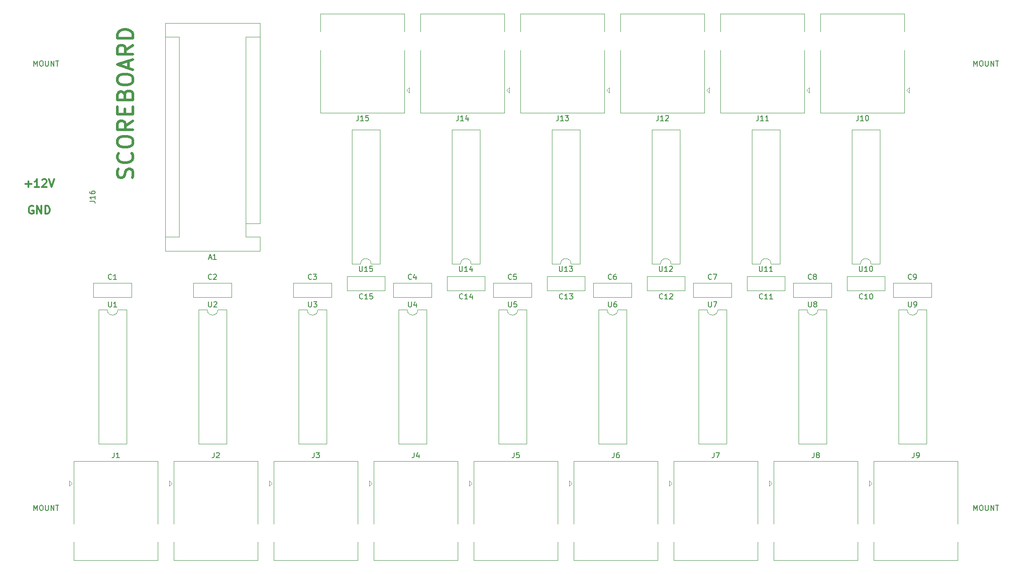
<source format=gbr>
%TF.GenerationSoftware,KiCad,Pcbnew,(5.1.10)-1*%
%TF.CreationDate,2021-12-15T14:13:15+00:00*%
%TF.ProjectId,SCOREBOARD,53434f52-4542-44f4-9152-442e6b696361,rev?*%
%TF.SameCoordinates,Original*%
%TF.FileFunction,Legend,Top*%
%TF.FilePolarity,Positive*%
%FSLAX46Y46*%
G04 Gerber Fmt 4.6, Leading zero omitted, Abs format (unit mm)*
G04 Created by KiCad (PCBNEW (5.1.10)-1) date 2021-12-15 14:13:15*
%MOMM*%
%LPD*%
G01*
G04 APERTURE LIST*
%ADD10C,0.375000*%
%ADD11C,0.500000*%
%ADD12C,0.120000*%
%ADD13C,0.150000*%
G04 APERTURE END LIST*
D10*
X31877142Y-145300000D02*
X31734285Y-145228571D01*
X31520000Y-145228571D01*
X31305714Y-145300000D01*
X31162857Y-145442857D01*
X31091428Y-145585714D01*
X31020000Y-145871428D01*
X31020000Y-146085714D01*
X31091428Y-146371428D01*
X31162857Y-146514285D01*
X31305714Y-146657142D01*
X31520000Y-146728571D01*
X31662857Y-146728571D01*
X31877142Y-146657142D01*
X31948571Y-146585714D01*
X31948571Y-146085714D01*
X31662857Y-146085714D01*
X32591428Y-146728571D02*
X32591428Y-145228571D01*
X33448571Y-146728571D01*
X33448571Y-145228571D01*
X34162857Y-146728571D02*
X34162857Y-145228571D01*
X34520000Y-145228571D01*
X34734285Y-145300000D01*
X34877142Y-145442857D01*
X34948571Y-145585714D01*
X35020000Y-145871428D01*
X35020000Y-146085714D01*
X34948571Y-146371428D01*
X34877142Y-146514285D01*
X34734285Y-146657142D01*
X34520000Y-146728571D01*
X34162857Y-146728571D01*
X30377142Y-141077142D02*
X31520000Y-141077142D01*
X30948571Y-141648571D02*
X30948571Y-140505714D01*
X33020000Y-141648571D02*
X32162857Y-141648571D01*
X32591428Y-141648571D02*
X32591428Y-140148571D01*
X32448571Y-140362857D01*
X32305714Y-140505714D01*
X32162857Y-140577142D01*
X33591428Y-140291428D02*
X33662857Y-140220000D01*
X33805714Y-140148571D01*
X34162857Y-140148571D01*
X34305714Y-140220000D01*
X34377142Y-140291428D01*
X34448571Y-140434285D01*
X34448571Y-140577142D01*
X34377142Y-140791428D01*
X33520000Y-141648571D01*
X34448571Y-141648571D01*
X34877142Y-140148571D02*
X35377142Y-141648571D01*
X35877142Y-140148571D01*
D11*
X50744285Y-139872857D02*
X50887142Y-139444285D01*
X50887142Y-138730000D01*
X50744285Y-138444285D01*
X50601428Y-138301428D01*
X50315714Y-138158571D01*
X50030000Y-138158571D01*
X49744285Y-138301428D01*
X49601428Y-138444285D01*
X49458571Y-138730000D01*
X49315714Y-139301428D01*
X49172857Y-139587142D01*
X49030000Y-139730000D01*
X48744285Y-139872857D01*
X48458571Y-139872857D01*
X48172857Y-139730000D01*
X48030000Y-139587142D01*
X47887142Y-139301428D01*
X47887142Y-138587142D01*
X48030000Y-138158571D01*
X50601428Y-135158571D02*
X50744285Y-135301428D01*
X50887142Y-135730000D01*
X50887142Y-136015714D01*
X50744285Y-136444285D01*
X50458571Y-136730000D01*
X50172857Y-136872857D01*
X49601428Y-137015714D01*
X49172857Y-137015714D01*
X48601428Y-136872857D01*
X48315714Y-136730000D01*
X48030000Y-136444285D01*
X47887142Y-136015714D01*
X47887142Y-135730000D01*
X48030000Y-135301428D01*
X48172857Y-135158571D01*
X47887142Y-133301428D02*
X47887142Y-132730000D01*
X48030000Y-132444285D01*
X48315714Y-132158571D01*
X48887142Y-132015714D01*
X49887142Y-132015714D01*
X50458571Y-132158571D01*
X50744285Y-132444285D01*
X50887142Y-132730000D01*
X50887142Y-133301428D01*
X50744285Y-133587142D01*
X50458571Y-133872857D01*
X49887142Y-134015714D01*
X48887142Y-134015714D01*
X48315714Y-133872857D01*
X48030000Y-133587142D01*
X47887142Y-133301428D01*
X50887142Y-129015714D02*
X49458571Y-130015714D01*
X50887142Y-130730000D02*
X47887142Y-130730000D01*
X47887142Y-129587142D01*
X48030000Y-129301428D01*
X48172857Y-129158571D01*
X48458571Y-129015714D01*
X48887142Y-129015714D01*
X49172857Y-129158571D01*
X49315714Y-129301428D01*
X49458571Y-129587142D01*
X49458571Y-130730000D01*
X49315714Y-127730000D02*
X49315714Y-126730000D01*
X50887142Y-126301428D02*
X50887142Y-127730000D01*
X47887142Y-127730000D01*
X47887142Y-126301428D01*
X49315714Y-124015714D02*
X49458571Y-123587142D01*
X49601428Y-123444285D01*
X49887142Y-123301428D01*
X50315714Y-123301428D01*
X50601428Y-123444285D01*
X50744285Y-123587142D01*
X50887142Y-123872857D01*
X50887142Y-125015714D01*
X47887142Y-125015714D01*
X47887142Y-124015714D01*
X48030000Y-123730000D01*
X48172857Y-123587142D01*
X48458571Y-123444285D01*
X48744285Y-123444285D01*
X49030000Y-123587142D01*
X49172857Y-123730000D01*
X49315714Y-124015714D01*
X49315714Y-125015714D01*
X47887142Y-121444285D02*
X47887142Y-120872857D01*
X48030000Y-120587142D01*
X48315714Y-120301428D01*
X48887142Y-120158571D01*
X49887142Y-120158571D01*
X50458571Y-120301428D01*
X50744285Y-120587142D01*
X50887142Y-120872857D01*
X50887142Y-121444285D01*
X50744285Y-121730000D01*
X50458571Y-122015714D01*
X49887142Y-122158571D01*
X48887142Y-122158571D01*
X48315714Y-122015714D01*
X48030000Y-121730000D01*
X47887142Y-121444285D01*
X50030000Y-119015714D02*
X50030000Y-117587142D01*
X50887142Y-119301428D02*
X47887142Y-118301428D01*
X50887142Y-117301428D01*
X50887142Y-114587142D02*
X49458571Y-115587142D01*
X50887142Y-116301428D02*
X47887142Y-116301428D01*
X47887142Y-115158571D01*
X48030000Y-114872857D01*
X48172857Y-114730000D01*
X48458571Y-114587142D01*
X48887142Y-114587142D01*
X49172857Y-114730000D01*
X49315714Y-114872857D01*
X49458571Y-115158571D01*
X49458571Y-116301428D01*
X50887142Y-113301428D02*
X47887142Y-113301428D01*
X47887142Y-112587142D01*
X48030000Y-112158571D01*
X48315714Y-111872857D01*
X48601428Y-111730000D01*
X49172857Y-111587142D01*
X49601428Y-111587142D01*
X50172857Y-111730000D01*
X50458571Y-111872857D01*
X50744285Y-112158571D01*
X50887142Y-112587142D01*
X50887142Y-113301428D01*
D12*
%TO.C,U15*%
X96250000Y-156270000D02*
X97900000Y-156270000D01*
X97900000Y-156270000D02*
X97900000Y-130750000D01*
X97900000Y-130750000D02*
X92600000Y-130750000D01*
X92600000Y-130750000D02*
X92600000Y-156270000D01*
X92600000Y-156270000D02*
X94250000Y-156270000D01*
X94250000Y-156270000D02*
G75*
G02*
X96250000Y-156270000I1000000J0D01*
G01*
%TO.C,U14*%
X115300000Y-156270000D02*
X116950000Y-156270000D01*
X116950000Y-156270000D02*
X116950000Y-130750000D01*
X116950000Y-130750000D02*
X111650000Y-130750000D01*
X111650000Y-130750000D02*
X111650000Y-156270000D01*
X111650000Y-156270000D02*
X113300000Y-156270000D01*
X113300000Y-156270000D02*
G75*
G02*
X115300000Y-156270000I1000000J0D01*
G01*
%TO.C,U13*%
X134350000Y-156270000D02*
X136000000Y-156270000D01*
X136000000Y-156270000D02*
X136000000Y-130750000D01*
X136000000Y-130750000D02*
X130700000Y-130750000D01*
X130700000Y-130750000D02*
X130700000Y-156270000D01*
X130700000Y-156270000D02*
X132350000Y-156270000D01*
X132350000Y-156270000D02*
G75*
G02*
X134350000Y-156270000I1000000J0D01*
G01*
%TO.C,U12*%
X153400000Y-156270000D02*
X155050000Y-156270000D01*
X155050000Y-156270000D02*
X155050000Y-130750000D01*
X155050000Y-130750000D02*
X149750000Y-130750000D01*
X149750000Y-130750000D02*
X149750000Y-156270000D01*
X149750000Y-156270000D02*
X151400000Y-156270000D01*
X151400000Y-156270000D02*
G75*
G02*
X153400000Y-156270000I1000000J0D01*
G01*
%TO.C,U11*%
X172450000Y-156270000D02*
X174100000Y-156270000D01*
X174100000Y-156270000D02*
X174100000Y-130750000D01*
X174100000Y-130750000D02*
X168800000Y-130750000D01*
X168800000Y-130750000D02*
X168800000Y-156270000D01*
X168800000Y-156270000D02*
X170450000Y-156270000D01*
X170450000Y-156270000D02*
G75*
G02*
X172450000Y-156270000I1000000J0D01*
G01*
%TO.C,U10*%
X191500000Y-156270000D02*
X193150000Y-156270000D01*
X193150000Y-156270000D02*
X193150000Y-130750000D01*
X193150000Y-130750000D02*
X187850000Y-130750000D01*
X187850000Y-130750000D02*
X187850000Y-156270000D01*
X187850000Y-156270000D02*
X189500000Y-156270000D01*
X189500000Y-156270000D02*
G75*
G02*
X191500000Y-156270000I1000000J0D01*
G01*
%TO.C,U9*%
X198390000Y-165040000D02*
X196740000Y-165040000D01*
X196740000Y-165040000D02*
X196740000Y-190560000D01*
X196740000Y-190560000D02*
X202040000Y-190560000D01*
X202040000Y-190560000D02*
X202040000Y-165040000D01*
X202040000Y-165040000D02*
X200390000Y-165040000D01*
X200390000Y-165040000D02*
G75*
G02*
X198390000Y-165040000I-1000000J0D01*
G01*
%TO.C,U8*%
X179340000Y-165040000D02*
X177690000Y-165040000D01*
X177690000Y-165040000D02*
X177690000Y-190560000D01*
X177690000Y-190560000D02*
X182990000Y-190560000D01*
X182990000Y-190560000D02*
X182990000Y-165040000D01*
X182990000Y-165040000D02*
X181340000Y-165040000D01*
X181340000Y-165040000D02*
G75*
G02*
X179340000Y-165040000I-1000000J0D01*
G01*
%TO.C,U7*%
X160290000Y-165040000D02*
X158640000Y-165040000D01*
X158640000Y-165040000D02*
X158640000Y-190560000D01*
X158640000Y-190560000D02*
X163940000Y-190560000D01*
X163940000Y-190560000D02*
X163940000Y-165040000D01*
X163940000Y-165040000D02*
X162290000Y-165040000D01*
X162290000Y-165040000D02*
G75*
G02*
X160290000Y-165040000I-1000000J0D01*
G01*
%TO.C,U6*%
X141240000Y-165040000D02*
X139590000Y-165040000D01*
X139590000Y-165040000D02*
X139590000Y-190560000D01*
X139590000Y-190560000D02*
X144890000Y-190560000D01*
X144890000Y-190560000D02*
X144890000Y-165040000D01*
X144890000Y-165040000D02*
X143240000Y-165040000D01*
X143240000Y-165040000D02*
G75*
G02*
X141240000Y-165040000I-1000000J0D01*
G01*
%TO.C,U5*%
X122190000Y-165040000D02*
X120540000Y-165040000D01*
X120540000Y-165040000D02*
X120540000Y-190560000D01*
X120540000Y-190560000D02*
X125840000Y-190560000D01*
X125840000Y-190560000D02*
X125840000Y-165040000D01*
X125840000Y-165040000D02*
X124190000Y-165040000D01*
X124190000Y-165040000D02*
G75*
G02*
X122190000Y-165040000I-1000000J0D01*
G01*
%TO.C,U4*%
X103140000Y-165040000D02*
X101490000Y-165040000D01*
X101490000Y-165040000D02*
X101490000Y-190560000D01*
X101490000Y-190560000D02*
X106790000Y-190560000D01*
X106790000Y-190560000D02*
X106790000Y-165040000D01*
X106790000Y-165040000D02*
X105140000Y-165040000D01*
X105140000Y-165040000D02*
G75*
G02*
X103140000Y-165040000I-1000000J0D01*
G01*
%TO.C,U3*%
X84090000Y-165040000D02*
X82440000Y-165040000D01*
X82440000Y-165040000D02*
X82440000Y-190560000D01*
X82440000Y-190560000D02*
X87740000Y-190560000D01*
X87740000Y-190560000D02*
X87740000Y-165040000D01*
X87740000Y-165040000D02*
X86090000Y-165040000D01*
X86090000Y-165040000D02*
G75*
G02*
X84090000Y-165040000I-1000000J0D01*
G01*
%TO.C,U2*%
X65040000Y-165040000D02*
X63390000Y-165040000D01*
X63390000Y-165040000D02*
X63390000Y-190560000D01*
X63390000Y-190560000D02*
X68690000Y-190560000D01*
X68690000Y-190560000D02*
X68690000Y-165040000D01*
X68690000Y-165040000D02*
X67040000Y-165040000D01*
X67040000Y-165040000D02*
G75*
G02*
X65040000Y-165040000I-1000000J0D01*
G01*
%TO.C,U1*%
X45990000Y-165040000D02*
X44340000Y-165040000D01*
X44340000Y-165040000D02*
X44340000Y-190560000D01*
X44340000Y-190560000D02*
X49640000Y-190560000D01*
X49640000Y-190560000D02*
X49640000Y-165040000D01*
X49640000Y-165040000D02*
X47990000Y-165040000D01*
X47990000Y-165040000D02*
G75*
G02*
X45990000Y-165040000I-1000000J0D01*
G01*
%TO.C,J1*%
X55635000Y-193840000D02*
X55635000Y-205770000D01*
X55635000Y-193840000D02*
X39615000Y-193840000D01*
X39615000Y-193840000D02*
X39615000Y-205770000D01*
X55635000Y-212710000D02*
X39615000Y-212710000D01*
X55635000Y-209270000D02*
X55635000Y-212710000D01*
X39247000Y-198120000D02*
X38739000Y-197612000D01*
X38739000Y-197612000D02*
X38739000Y-198628000D01*
X38739000Y-198628000D02*
X39247000Y-198120000D01*
X39615000Y-209270000D02*
X39615000Y-212710000D01*
%TO.C,J15*%
X86605000Y-127470000D02*
X86605000Y-115540000D01*
X86605000Y-127470000D02*
X102625000Y-127470000D01*
X102625000Y-127470000D02*
X102625000Y-115540000D01*
X86605000Y-108600000D02*
X102625000Y-108600000D01*
X86605000Y-112040000D02*
X86605000Y-108600000D01*
X102993000Y-123190000D02*
X103501000Y-123698000D01*
X103501000Y-123698000D02*
X103501000Y-122682000D01*
X103501000Y-122682000D02*
X102993000Y-123190000D01*
X102625000Y-112040000D02*
X102625000Y-108600000D01*
%TO.C,J14*%
X121675000Y-112040000D02*
X121675000Y-108600000D01*
X122551000Y-122682000D02*
X122043000Y-123190000D01*
X122551000Y-123698000D02*
X122551000Y-122682000D01*
X122043000Y-123190000D02*
X122551000Y-123698000D01*
X105655000Y-112040000D02*
X105655000Y-108600000D01*
X105655000Y-108600000D02*
X121675000Y-108600000D01*
X121675000Y-127470000D02*
X121675000Y-115540000D01*
X105655000Y-127470000D02*
X121675000Y-127470000D01*
X105655000Y-127470000D02*
X105655000Y-115540000D01*
%TO.C,J13*%
X140725000Y-112040000D02*
X140725000Y-108600000D01*
X141601000Y-122682000D02*
X141093000Y-123190000D01*
X141601000Y-123698000D02*
X141601000Y-122682000D01*
X141093000Y-123190000D02*
X141601000Y-123698000D01*
X124705000Y-112040000D02*
X124705000Y-108600000D01*
X124705000Y-108600000D02*
X140725000Y-108600000D01*
X140725000Y-127470000D02*
X140725000Y-115540000D01*
X124705000Y-127470000D02*
X140725000Y-127470000D01*
X124705000Y-127470000D02*
X124705000Y-115540000D01*
%TO.C,J12*%
X159775000Y-112040000D02*
X159775000Y-108600000D01*
X160651000Y-122682000D02*
X160143000Y-123190000D01*
X160651000Y-123698000D02*
X160651000Y-122682000D01*
X160143000Y-123190000D02*
X160651000Y-123698000D01*
X143755000Y-112040000D02*
X143755000Y-108600000D01*
X143755000Y-108600000D02*
X159775000Y-108600000D01*
X159775000Y-127470000D02*
X159775000Y-115540000D01*
X143755000Y-127470000D02*
X159775000Y-127470000D01*
X143755000Y-127470000D02*
X143755000Y-115540000D01*
%TO.C,J11*%
X178825000Y-112040000D02*
X178825000Y-108600000D01*
X179701000Y-122682000D02*
X179193000Y-123190000D01*
X179701000Y-123698000D02*
X179701000Y-122682000D01*
X179193000Y-123190000D02*
X179701000Y-123698000D01*
X162805000Y-112040000D02*
X162805000Y-108600000D01*
X162805000Y-108600000D02*
X178825000Y-108600000D01*
X178825000Y-127470000D02*
X178825000Y-115540000D01*
X162805000Y-127470000D02*
X178825000Y-127470000D01*
X162805000Y-127470000D02*
X162805000Y-115540000D01*
%TO.C,J10*%
X197875000Y-112040000D02*
X197875000Y-108600000D01*
X198751000Y-122682000D02*
X198243000Y-123190000D01*
X198751000Y-123698000D02*
X198751000Y-122682000D01*
X198243000Y-123190000D02*
X198751000Y-123698000D01*
X181855000Y-112040000D02*
X181855000Y-108600000D01*
X181855000Y-108600000D02*
X197875000Y-108600000D01*
X197875000Y-127470000D02*
X197875000Y-115540000D01*
X181855000Y-127470000D02*
X197875000Y-127470000D01*
X181855000Y-127470000D02*
X181855000Y-115540000D01*
%TO.C,J9*%
X192015000Y-209270000D02*
X192015000Y-212710000D01*
X191139000Y-198628000D02*
X191647000Y-198120000D01*
X191139000Y-197612000D02*
X191139000Y-198628000D01*
X191647000Y-198120000D02*
X191139000Y-197612000D01*
X208035000Y-209270000D02*
X208035000Y-212710000D01*
X208035000Y-212710000D02*
X192015000Y-212710000D01*
X192015000Y-193840000D02*
X192015000Y-205770000D01*
X208035000Y-193840000D02*
X192015000Y-193840000D01*
X208035000Y-193840000D02*
X208035000Y-205770000D01*
%TO.C,J8*%
X172965000Y-209270000D02*
X172965000Y-212710000D01*
X172089000Y-198628000D02*
X172597000Y-198120000D01*
X172089000Y-197612000D02*
X172089000Y-198628000D01*
X172597000Y-198120000D02*
X172089000Y-197612000D01*
X188985000Y-209270000D02*
X188985000Y-212710000D01*
X188985000Y-212710000D02*
X172965000Y-212710000D01*
X172965000Y-193840000D02*
X172965000Y-205770000D01*
X188985000Y-193840000D02*
X172965000Y-193840000D01*
X188985000Y-193840000D02*
X188985000Y-205770000D01*
%TO.C,J7*%
X153915000Y-209270000D02*
X153915000Y-212710000D01*
X153039000Y-198628000D02*
X153547000Y-198120000D01*
X153039000Y-197612000D02*
X153039000Y-198628000D01*
X153547000Y-198120000D02*
X153039000Y-197612000D01*
X169935000Y-209270000D02*
X169935000Y-212710000D01*
X169935000Y-212710000D02*
X153915000Y-212710000D01*
X153915000Y-193840000D02*
X153915000Y-205770000D01*
X169935000Y-193840000D02*
X153915000Y-193840000D01*
X169935000Y-193840000D02*
X169935000Y-205770000D01*
%TO.C,J6*%
X134865000Y-209270000D02*
X134865000Y-212710000D01*
X133989000Y-198628000D02*
X134497000Y-198120000D01*
X133989000Y-197612000D02*
X133989000Y-198628000D01*
X134497000Y-198120000D02*
X133989000Y-197612000D01*
X150885000Y-209270000D02*
X150885000Y-212710000D01*
X150885000Y-212710000D02*
X134865000Y-212710000D01*
X134865000Y-193840000D02*
X134865000Y-205770000D01*
X150885000Y-193840000D02*
X134865000Y-193840000D01*
X150885000Y-193840000D02*
X150885000Y-205770000D01*
%TO.C,J5*%
X115815000Y-209270000D02*
X115815000Y-212710000D01*
X114939000Y-198628000D02*
X115447000Y-198120000D01*
X114939000Y-197612000D02*
X114939000Y-198628000D01*
X115447000Y-198120000D02*
X114939000Y-197612000D01*
X131835000Y-209270000D02*
X131835000Y-212710000D01*
X131835000Y-212710000D02*
X115815000Y-212710000D01*
X115815000Y-193840000D02*
X115815000Y-205770000D01*
X131835000Y-193840000D02*
X115815000Y-193840000D01*
X131835000Y-193840000D02*
X131835000Y-205770000D01*
%TO.C,J4*%
X96765000Y-209270000D02*
X96765000Y-212710000D01*
X95889000Y-198628000D02*
X96397000Y-198120000D01*
X95889000Y-197612000D02*
X95889000Y-198628000D01*
X96397000Y-198120000D02*
X95889000Y-197612000D01*
X112785000Y-209270000D02*
X112785000Y-212710000D01*
X112785000Y-212710000D02*
X96765000Y-212710000D01*
X96765000Y-193840000D02*
X96765000Y-205770000D01*
X112785000Y-193840000D02*
X96765000Y-193840000D01*
X112785000Y-193840000D02*
X112785000Y-205770000D01*
%TO.C,J3*%
X93735000Y-193840000D02*
X93735000Y-205770000D01*
X93735000Y-193840000D02*
X77715000Y-193840000D01*
X77715000Y-193840000D02*
X77715000Y-205770000D01*
X93735000Y-212710000D02*
X77715000Y-212710000D01*
X93735000Y-209270000D02*
X93735000Y-212710000D01*
X77347000Y-198120000D02*
X76839000Y-197612000D01*
X76839000Y-197612000D02*
X76839000Y-198628000D01*
X76839000Y-198628000D02*
X77347000Y-198120000D01*
X77715000Y-209270000D02*
X77715000Y-212710000D01*
%TO.C,J2*%
X74685000Y-193840000D02*
X74685000Y-205770000D01*
X74685000Y-193840000D02*
X58665000Y-193840000D01*
X58665000Y-193840000D02*
X58665000Y-205770000D01*
X74685000Y-212710000D02*
X58665000Y-212710000D01*
X74685000Y-209270000D02*
X74685000Y-212710000D01*
X58297000Y-198120000D02*
X57789000Y-197612000D01*
X57789000Y-197612000D02*
X57789000Y-198628000D01*
X57789000Y-198628000D02*
X58297000Y-198120000D01*
X58665000Y-209270000D02*
X58665000Y-212710000D01*
%TO.C,C15*%
X91670000Y-161390000D02*
X91670000Y-158650000D01*
X98910000Y-161390000D02*
X98910000Y-158650000D01*
X98910000Y-158650000D02*
X91670000Y-158650000D01*
X98910000Y-161390000D02*
X91670000Y-161390000D01*
%TO.C,C14*%
X110720000Y-161390000D02*
X110720000Y-158650000D01*
X117960000Y-161390000D02*
X117960000Y-158650000D01*
X117960000Y-158650000D02*
X110720000Y-158650000D01*
X117960000Y-161390000D02*
X110720000Y-161390000D01*
%TO.C,C13*%
X129770000Y-161390000D02*
X129770000Y-158650000D01*
X137010000Y-161390000D02*
X137010000Y-158650000D01*
X137010000Y-158650000D02*
X129770000Y-158650000D01*
X137010000Y-161390000D02*
X129770000Y-161390000D01*
%TO.C,C12*%
X148820000Y-161390000D02*
X148820000Y-158650000D01*
X156060000Y-161390000D02*
X156060000Y-158650000D01*
X156060000Y-158650000D02*
X148820000Y-158650000D01*
X156060000Y-161390000D02*
X148820000Y-161390000D01*
%TO.C,C11*%
X167870000Y-161390000D02*
X167870000Y-158650000D01*
X175110000Y-161390000D02*
X175110000Y-158650000D01*
X175110000Y-158650000D02*
X167870000Y-158650000D01*
X175110000Y-161390000D02*
X167870000Y-161390000D01*
%TO.C,C10*%
X186920000Y-161390000D02*
X186920000Y-158650000D01*
X194160000Y-161390000D02*
X194160000Y-158650000D01*
X194160000Y-158650000D02*
X186920000Y-158650000D01*
X194160000Y-161390000D02*
X186920000Y-161390000D01*
%TO.C,C9*%
X202970000Y-159920000D02*
X202970000Y-162660000D01*
X195730000Y-159920000D02*
X195730000Y-162660000D01*
X195730000Y-162660000D02*
X202970000Y-162660000D01*
X195730000Y-159920000D02*
X202970000Y-159920000D01*
%TO.C,C8*%
X183920000Y-159920000D02*
X183920000Y-162660000D01*
X176680000Y-159920000D02*
X176680000Y-162660000D01*
X176680000Y-162660000D02*
X183920000Y-162660000D01*
X176680000Y-159920000D02*
X183920000Y-159920000D01*
%TO.C,C7*%
X164870000Y-159920000D02*
X164870000Y-162660000D01*
X157630000Y-159920000D02*
X157630000Y-162660000D01*
X157630000Y-162660000D02*
X164870000Y-162660000D01*
X157630000Y-159920000D02*
X164870000Y-159920000D01*
%TO.C,C6*%
X145820000Y-159920000D02*
X145820000Y-162660000D01*
X138580000Y-159920000D02*
X138580000Y-162660000D01*
X138580000Y-162660000D02*
X145820000Y-162660000D01*
X138580000Y-159920000D02*
X145820000Y-159920000D01*
%TO.C,C5*%
X126770000Y-159920000D02*
X126770000Y-162660000D01*
X119530000Y-159920000D02*
X119530000Y-162660000D01*
X119530000Y-162660000D02*
X126770000Y-162660000D01*
X119530000Y-159920000D02*
X126770000Y-159920000D01*
%TO.C,C4*%
X107720000Y-159920000D02*
X107720000Y-162660000D01*
X100480000Y-159920000D02*
X100480000Y-162660000D01*
X100480000Y-162660000D02*
X107720000Y-162660000D01*
X100480000Y-159920000D02*
X107720000Y-159920000D01*
%TO.C,C3*%
X88670000Y-159920000D02*
X88670000Y-162660000D01*
X81430000Y-159920000D02*
X81430000Y-162660000D01*
X81430000Y-162660000D02*
X88670000Y-162660000D01*
X81430000Y-159920000D02*
X88670000Y-159920000D01*
%TO.C,C2*%
X69620000Y-159920000D02*
X69620000Y-162660000D01*
X62380000Y-159920000D02*
X62380000Y-162660000D01*
X62380000Y-162660000D02*
X69620000Y-162660000D01*
X62380000Y-159920000D02*
X69620000Y-159920000D01*
%TO.C,C1*%
X50570000Y-159920000D02*
X50570000Y-162660000D01*
X43330000Y-159920000D02*
X43330000Y-162660000D01*
X43330000Y-162660000D02*
X50570000Y-162660000D01*
X43330000Y-159920000D02*
X50570000Y-159920000D01*
%TO.C,A1*%
X57020000Y-153800000D02*
X75060000Y-153800000D01*
X57020000Y-110360000D02*
X57020000Y-153800000D01*
X75060000Y-110360000D02*
X57020000Y-110360000D01*
X72390000Y-113030000D02*
X75060000Y-113030000D01*
X72390000Y-148590000D02*
X72390000Y-113030000D01*
X72390000Y-148590000D02*
X75060000Y-148590000D01*
X59690000Y-113030000D02*
X57020000Y-113030000D01*
X59690000Y-151130000D02*
X59690000Y-113030000D01*
X59690000Y-151130000D02*
X57020000Y-151130000D01*
X75060000Y-153800000D02*
X75060000Y-151130000D01*
X75060000Y-148590000D02*
X75060000Y-110360000D01*
X72390000Y-151130000D02*
X75060000Y-151130000D01*
X72390000Y-148590000D02*
X72390000Y-151130000D01*
%TO.C,MOUNT*%
D13*
X211074285Y-118562380D02*
X211074285Y-117562380D01*
X211407619Y-118276666D01*
X211740952Y-117562380D01*
X211740952Y-118562380D01*
X212407619Y-117562380D02*
X212598095Y-117562380D01*
X212693333Y-117610000D01*
X212788571Y-117705238D01*
X212836190Y-117895714D01*
X212836190Y-118229047D01*
X212788571Y-118419523D01*
X212693333Y-118514761D01*
X212598095Y-118562380D01*
X212407619Y-118562380D01*
X212312380Y-118514761D01*
X212217142Y-118419523D01*
X212169523Y-118229047D01*
X212169523Y-117895714D01*
X212217142Y-117705238D01*
X212312380Y-117610000D01*
X212407619Y-117562380D01*
X213264761Y-117562380D02*
X213264761Y-118371904D01*
X213312380Y-118467142D01*
X213360000Y-118514761D01*
X213455238Y-118562380D01*
X213645714Y-118562380D01*
X213740952Y-118514761D01*
X213788571Y-118467142D01*
X213836190Y-118371904D01*
X213836190Y-117562380D01*
X214312380Y-118562380D02*
X214312380Y-117562380D01*
X214883809Y-118562380D01*
X214883809Y-117562380D01*
X215217142Y-117562380D02*
X215788571Y-117562380D01*
X215502857Y-118562380D02*
X215502857Y-117562380D01*
X32004285Y-118562380D02*
X32004285Y-117562380D01*
X32337619Y-118276666D01*
X32670952Y-117562380D01*
X32670952Y-118562380D01*
X33337619Y-117562380D02*
X33528095Y-117562380D01*
X33623333Y-117610000D01*
X33718571Y-117705238D01*
X33766190Y-117895714D01*
X33766190Y-118229047D01*
X33718571Y-118419523D01*
X33623333Y-118514761D01*
X33528095Y-118562380D01*
X33337619Y-118562380D01*
X33242380Y-118514761D01*
X33147142Y-118419523D01*
X33099523Y-118229047D01*
X33099523Y-117895714D01*
X33147142Y-117705238D01*
X33242380Y-117610000D01*
X33337619Y-117562380D01*
X34194761Y-117562380D02*
X34194761Y-118371904D01*
X34242380Y-118467142D01*
X34290000Y-118514761D01*
X34385238Y-118562380D01*
X34575714Y-118562380D01*
X34670952Y-118514761D01*
X34718571Y-118467142D01*
X34766190Y-118371904D01*
X34766190Y-117562380D01*
X35242380Y-118562380D02*
X35242380Y-117562380D01*
X35813809Y-118562380D01*
X35813809Y-117562380D01*
X36147142Y-117562380D02*
X36718571Y-117562380D01*
X36432857Y-118562380D02*
X36432857Y-117562380D01*
X32004285Y-203262380D02*
X32004285Y-202262380D01*
X32337619Y-202976666D01*
X32670952Y-202262380D01*
X32670952Y-203262380D01*
X33337619Y-202262380D02*
X33528095Y-202262380D01*
X33623333Y-202310000D01*
X33718571Y-202405238D01*
X33766190Y-202595714D01*
X33766190Y-202929047D01*
X33718571Y-203119523D01*
X33623333Y-203214761D01*
X33528095Y-203262380D01*
X33337619Y-203262380D01*
X33242380Y-203214761D01*
X33147142Y-203119523D01*
X33099523Y-202929047D01*
X33099523Y-202595714D01*
X33147142Y-202405238D01*
X33242380Y-202310000D01*
X33337619Y-202262380D01*
X34194761Y-202262380D02*
X34194761Y-203071904D01*
X34242380Y-203167142D01*
X34290000Y-203214761D01*
X34385238Y-203262380D01*
X34575714Y-203262380D01*
X34670952Y-203214761D01*
X34718571Y-203167142D01*
X34766190Y-203071904D01*
X34766190Y-202262380D01*
X35242380Y-203262380D02*
X35242380Y-202262380D01*
X35813809Y-203262380D01*
X35813809Y-202262380D01*
X36147142Y-202262380D02*
X36718571Y-202262380D01*
X36432857Y-203262380D02*
X36432857Y-202262380D01*
%TO.C,U15*%
X94011904Y-156722380D02*
X94011904Y-157531904D01*
X94059523Y-157627142D01*
X94107142Y-157674761D01*
X94202380Y-157722380D01*
X94392857Y-157722380D01*
X94488095Y-157674761D01*
X94535714Y-157627142D01*
X94583333Y-157531904D01*
X94583333Y-156722380D01*
X95583333Y-157722380D02*
X95011904Y-157722380D01*
X95297619Y-157722380D02*
X95297619Y-156722380D01*
X95202380Y-156865238D01*
X95107142Y-156960476D01*
X95011904Y-157008095D01*
X96488095Y-156722380D02*
X96011904Y-156722380D01*
X95964285Y-157198571D01*
X96011904Y-157150952D01*
X96107142Y-157103333D01*
X96345238Y-157103333D01*
X96440476Y-157150952D01*
X96488095Y-157198571D01*
X96535714Y-157293809D01*
X96535714Y-157531904D01*
X96488095Y-157627142D01*
X96440476Y-157674761D01*
X96345238Y-157722380D01*
X96107142Y-157722380D01*
X96011904Y-157674761D01*
X95964285Y-157627142D01*
%TO.C,U14*%
X113061904Y-156722380D02*
X113061904Y-157531904D01*
X113109523Y-157627142D01*
X113157142Y-157674761D01*
X113252380Y-157722380D01*
X113442857Y-157722380D01*
X113538095Y-157674761D01*
X113585714Y-157627142D01*
X113633333Y-157531904D01*
X113633333Y-156722380D01*
X114633333Y-157722380D02*
X114061904Y-157722380D01*
X114347619Y-157722380D02*
X114347619Y-156722380D01*
X114252380Y-156865238D01*
X114157142Y-156960476D01*
X114061904Y-157008095D01*
X115490476Y-157055714D02*
X115490476Y-157722380D01*
X115252380Y-156674761D02*
X115014285Y-157389047D01*
X115633333Y-157389047D01*
%TO.C,U13*%
X132111904Y-156722380D02*
X132111904Y-157531904D01*
X132159523Y-157627142D01*
X132207142Y-157674761D01*
X132302380Y-157722380D01*
X132492857Y-157722380D01*
X132588095Y-157674761D01*
X132635714Y-157627142D01*
X132683333Y-157531904D01*
X132683333Y-156722380D01*
X133683333Y-157722380D02*
X133111904Y-157722380D01*
X133397619Y-157722380D02*
X133397619Y-156722380D01*
X133302380Y-156865238D01*
X133207142Y-156960476D01*
X133111904Y-157008095D01*
X134016666Y-156722380D02*
X134635714Y-156722380D01*
X134302380Y-157103333D01*
X134445238Y-157103333D01*
X134540476Y-157150952D01*
X134588095Y-157198571D01*
X134635714Y-157293809D01*
X134635714Y-157531904D01*
X134588095Y-157627142D01*
X134540476Y-157674761D01*
X134445238Y-157722380D01*
X134159523Y-157722380D01*
X134064285Y-157674761D01*
X134016666Y-157627142D01*
%TO.C,U12*%
X151161904Y-156722380D02*
X151161904Y-157531904D01*
X151209523Y-157627142D01*
X151257142Y-157674761D01*
X151352380Y-157722380D01*
X151542857Y-157722380D01*
X151638095Y-157674761D01*
X151685714Y-157627142D01*
X151733333Y-157531904D01*
X151733333Y-156722380D01*
X152733333Y-157722380D02*
X152161904Y-157722380D01*
X152447619Y-157722380D02*
X152447619Y-156722380D01*
X152352380Y-156865238D01*
X152257142Y-156960476D01*
X152161904Y-157008095D01*
X153114285Y-156817619D02*
X153161904Y-156770000D01*
X153257142Y-156722380D01*
X153495238Y-156722380D01*
X153590476Y-156770000D01*
X153638095Y-156817619D01*
X153685714Y-156912857D01*
X153685714Y-157008095D01*
X153638095Y-157150952D01*
X153066666Y-157722380D01*
X153685714Y-157722380D01*
%TO.C,U11*%
X170211904Y-156722380D02*
X170211904Y-157531904D01*
X170259523Y-157627142D01*
X170307142Y-157674761D01*
X170402380Y-157722380D01*
X170592857Y-157722380D01*
X170688095Y-157674761D01*
X170735714Y-157627142D01*
X170783333Y-157531904D01*
X170783333Y-156722380D01*
X171783333Y-157722380D02*
X171211904Y-157722380D01*
X171497619Y-157722380D02*
X171497619Y-156722380D01*
X171402380Y-156865238D01*
X171307142Y-156960476D01*
X171211904Y-157008095D01*
X172735714Y-157722380D02*
X172164285Y-157722380D01*
X172450000Y-157722380D02*
X172450000Y-156722380D01*
X172354761Y-156865238D01*
X172259523Y-156960476D01*
X172164285Y-157008095D01*
%TO.C,U10*%
X189261904Y-156722380D02*
X189261904Y-157531904D01*
X189309523Y-157627142D01*
X189357142Y-157674761D01*
X189452380Y-157722380D01*
X189642857Y-157722380D01*
X189738095Y-157674761D01*
X189785714Y-157627142D01*
X189833333Y-157531904D01*
X189833333Y-156722380D01*
X190833333Y-157722380D02*
X190261904Y-157722380D01*
X190547619Y-157722380D02*
X190547619Y-156722380D01*
X190452380Y-156865238D01*
X190357142Y-156960476D01*
X190261904Y-157008095D01*
X191452380Y-156722380D02*
X191547619Y-156722380D01*
X191642857Y-156770000D01*
X191690476Y-156817619D01*
X191738095Y-156912857D01*
X191785714Y-157103333D01*
X191785714Y-157341428D01*
X191738095Y-157531904D01*
X191690476Y-157627142D01*
X191642857Y-157674761D01*
X191547619Y-157722380D01*
X191452380Y-157722380D01*
X191357142Y-157674761D01*
X191309523Y-157627142D01*
X191261904Y-157531904D01*
X191214285Y-157341428D01*
X191214285Y-157103333D01*
X191261904Y-156912857D01*
X191309523Y-156817619D01*
X191357142Y-156770000D01*
X191452380Y-156722380D01*
%TO.C,U9*%
X198628095Y-163492380D02*
X198628095Y-164301904D01*
X198675714Y-164397142D01*
X198723333Y-164444761D01*
X198818571Y-164492380D01*
X199009047Y-164492380D01*
X199104285Y-164444761D01*
X199151904Y-164397142D01*
X199199523Y-164301904D01*
X199199523Y-163492380D01*
X199723333Y-164492380D02*
X199913809Y-164492380D01*
X200009047Y-164444761D01*
X200056666Y-164397142D01*
X200151904Y-164254285D01*
X200199523Y-164063809D01*
X200199523Y-163682857D01*
X200151904Y-163587619D01*
X200104285Y-163540000D01*
X200009047Y-163492380D01*
X199818571Y-163492380D01*
X199723333Y-163540000D01*
X199675714Y-163587619D01*
X199628095Y-163682857D01*
X199628095Y-163920952D01*
X199675714Y-164016190D01*
X199723333Y-164063809D01*
X199818571Y-164111428D01*
X200009047Y-164111428D01*
X200104285Y-164063809D01*
X200151904Y-164016190D01*
X200199523Y-163920952D01*
%TO.C,U8*%
X179578095Y-163492380D02*
X179578095Y-164301904D01*
X179625714Y-164397142D01*
X179673333Y-164444761D01*
X179768571Y-164492380D01*
X179959047Y-164492380D01*
X180054285Y-164444761D01*
X180101904Y-164397142D01*
X180149523Y-164301904D01*
X180149523Y-163492380D01*
X180768571Y-163920952D02*
X180673333Y-163873333D01*
X180625714Y-163825714D01*
X180578095Y-163730476D01*
X180578095Y-163682857D01*
X180625714Y-163587619D01*
X180673333Y-163540000D01*
X180768571Y-163492380D01*
X180959047Y-163492380D01*
X181054285Y-163540000D01*
X181101904Y-163587619D01*
X181149523Y-163682857D01*
X181149523Y-163730476D01*
X181101904Y-163825714D01*
X181054285Y-163873333D01*
X180959047Y-163920952D01*
X180768571Y-163920952D01*
X180673333Y-163968571D01*
X180625714Y-164016190D01*
X180578095Y-164111428D01*
X180578095Y-164301904D01*
X180625714Y-164397142D01*
X180673333Y-164444761D01*
X180768571Y-164492380D01*
X180959047Y-164492380D01*
X181054285Y-164444761D01*
X181101904Y-164397142D01*
X181149523Y-164301904D01*
X181149523Y-164111428D01*
X181101904Y-164016190D01*
X181054285Y-163968571D01*
X180959047Y-163920952D01*
%TO.C,U7*%
X160528095Y-163492380D02*
X160528095Y-164301904D01*
X160575714Y-164397142D01*
X160623333Y-164444761D01*
X160718571Y-164492380D01*
X160909047Y-164492380D01*
X161004285Y-164444761D01*
X161051904Y-164397142D01*
X161099523Y-164301904D01*
X161099523Y-163492380D01*
X161480476Y-163492380D02*
X162147142Y-163492380D01*
X161718571Y-164492380D01*
%TO.C,U6*%
X141478095Y-163492380D02*
X141478095Y-164301904D01*
X141525714Y-164397142D01*
X141573333Y-164444761D01*
X141668571Y-164492380D01*
X141859047Y-164492380D01*
X141954285Y-164444761D01*
X142001904Y-164397142D01*
X142049523Y-164301904D01*
X142049523Y-163492380D01*
X142954285Y-163492380D02*
X142763809Y-163492380D01*
X142668571Y-163540000D01*
X142620952Y-163587619D01*
X142525714Y-163730476D01*
X142478095Y-163920952D01*
X142478095Y-164301904D01*
X142525714Y-164397142D01*
X142573333Y-164444761D01*
X142668571Y-164492380D01*
X142859047Y-164492380D01*
X142954285Y-164444761D01*
X143001904Y-164397142D01*
X143049523Y-164301904D01*
X143049523Y-164063809D01*
X143001904Y-163968571D01*
X142954285Y-163920952D01*
X142859047Y-163873333D01*
X142668571Y-163873333D01*
X142573333Y-163920952D01*
X142525714Y-163968571D01*
X142478095Y-164063809D01*
%TO.C,U5*%
X122428095Y-163492380D02*
X122428095Y-164301904D01*
X122475714Y-164397142D01*
X122523333Y-164444761D01*
X122618571Y-164492380D01*
X122809047Y-164492380D01*
X122904285Y-164444761D01*
X122951904Y-164397142D01*
X122999523Y-164301904D01*
X122999523Y-163492380D01*
X123951904Y-163492380D02*
X123475714Y-163492380D01*
X123428095Y-163968571D01*
X123475714Y-163920952D01*
X123570952Y-163873333D01*
X123809047Y-163873333D01*
X123904285Y-163920952D01*
X123951904Y-163968571D01*
X123999523Y-164063809D01*
X123999523Y-164301904D01*
X123951904Y-164397142D01*
X123904285Y-164444761D01*
X123809047Y-164492380D01*
X123570952Y-164492380D01*
X123475714Y-164444761D01*
X123428095Y-164397142D01*
%TO.C,U4*%
X103378095Y-163492380D02*
X103378095Y-164301904D01*
X103425714Y-164397142D01*
X103473333Y-164444761D01*
X103568571Y-164492380D01*
X103759047Y-164492380D01*
X103854285Y-164444761D01*
X103901904Y-164397142D01*
X103949523Y-164301904D01*
X103949523Y-163492380D01*
X104854285Y-163825714D02*
X104854285Y-164492380D01*
X104616190Y-163444761D02*
X104378095Y-164159047D01*
X104997142Y-164159047D01*
%TO.C,U3*%
X84328095Y-163492380D02*
X84328095Y-164301904D01*
X84375714Y-164397142D01*
X84423333Y-164444761D01*
X84518571Y-164492380D01*
X84709047Y-164492380D01*
X84804285Y-164444761D01*
X84851904Y-164397142D01*
X84899523Y-164301904D01*
X84899523Y-163492380D01*
X85280476Y-163492380D02*
X85899523Y-163492380D01*
X85566190Y-163873333D01*
X85709047Y-163873333D01*
X85804285Y-163920952D01*
X85851904Y-163968571D01*
X85899523Y-164063809D01*
X85899523Y-164301904D01*
X85851904Y-164397142D01*
X85804285Y-164444761D01*
X85709047Y-164492380D01*
X85423333Y-164492380D01*
X85328095Y-164444761D01*
X85280476Y-164397142D01*
%TO.C,U2*%
X65278095Y-163492380D02*
X65278095Y-164301904D01*
X65325714Y-164397142D01*
X65373333Y-164444761D01*
X65468571Y-164492380D01*
X65659047Y-164492380D01*
X65754285Y-164444761D01*
X65801904Y-164397142D01*
X65849523Y-164301904D01*
X65849523Y-163492380D01*
X66278095Y-163587619D02*
X66325714Y-163540000D01*
X66420952Y-163492380D01*
X66659047Y-163492380D01*
X66754285Y-163540000D01*
X66801904Y-163587619D01*
X66849523Y-163682857D01*
X66849523Y-163778095D01*
X66801904Y-163920952D01*
X66230476Y-164492380D01*
X66849523Y-164492380D01*
%TO.C,U1*%
X46228095Y-163492380D02*
X46228095Y-164301904D01*
X46275714Y-164397142D01*
X46323333Y-164444761D01*
X46418571Y-164492380D01*
X46609047Y-164492380D01*
X46704285Y-164444761D01*
X46751904Y-164397142D01*
X46799523Y-164301904D01*
X46799523Y-163492380D01*
X47799523Y-164492380D02*
X47228095Y-164492380D01*
X47513809Y-164492380D02*
X47513809Y-163492380D01*
X47418571Y-163635238D01*
X47323333Y-163730476D01*
X47228095Y-163778095D01*
%TO.C,MOUNT*%
X211074285Y-203262380D02*
X211074285Y-202262380D01*
X211407619Y-202976666D01*
X211740952Y-202262380D01*
X211740952Y-203262380D01*
X212407619Y-202262380D02*
X212598095Y-202262380D01*
X212693333Y-202310000D01*
X212788571Y-202405238D01*
X212836190Y-202595714D01*
X212836190Y-202929047D01*
X212788571Y-203119523D01*
X212693333Y-203214761D01*
X212598095Y-203262380D01*
X212407619Y-203262380D01*
X212312380Y-203214761D01*
X212217142Y-203119523D01*
X212169523Y-202929047D01*
X212169523Y-202595714D01*
X212217142Y-202405238D01*
X212312380Y-202310000D01*
X212407619Y-202262380D01*
X213264761Y-202262380D02*
X213264761Y-203071904D01*
X213312380Y-203167142D01*
X213360000Y-203214761D01*
X213455238Y-203262380D01*
X213645714Y-203262380D01*
X213740952Y-203214761D01*
X213788571Y-203167142D01*
X213836190Y-203071904D01*
X213836190Y-202262380D01*
X214312380Y-203262380D02*
X214312380Y-202262380D01*
X214883809Y-203262380D01*
X214883809Y-202262380D01*
X215217142Y-202262380D02*
X215788571Y-202262380D01*
X215502857Y-203262380D02*
X215502857Y-202262380D01*
%TO.C,J16*%
X42632380Y-144319523D02*
X43346666Y-144319523D01*
X43489523Y-144367142D01*
X43584761Y-144462380D01*
X43632380Y-144605238D01*
X43632380Y-144700476D01*
X43632380Y-143319523D02*
X43632380Y-143890952D01*
X43632380Y-143605238D02*
X42632380Y-143605238D01*
X42775238Y-143700476D01*
X42870476Y-143795714D01*
X42918095Y-143890952D01*
X42632380Y-142462380D02*
X42632380Y-142652857D01*
X42680000Y-142748095D01*
X42727619Y-142795714D01*
X42870476Y-142890952D01*
X43060952Y-142938571D01*
X43441904Y-142938571D01*
X43537142Y-142890952D01*
X43584761Y-142843333D01*
X43632380Y-142748095D01*
X43632380Y-142557619D01*
X43584761Y-142462380D01*
X43537142Y-142414761D01*
X43441904Y-142367142D01*
X43203809Y-142367142D01*
X43108571Y-142414761D01*
X43060952Y-142462380D01*
X43013333Y-142557619D01*
X43013333Y-142748095D01*
X43060952Y-142843333D01*
X43108571Y-142890952D01*
X43203809Y-142938571D01*
%TO.C,J1*%
X47291666Y-192232380D02*
X47291666Y-192946666D01*
X47244047Y-193089523D01*
X47148809Y-193184761D01*
X47005952Y-193232380D01*
X46910714Y-193232380D01*
X48291666Y-193232380D02*
X47720238Y-193232380D01*
X48005952Y-193232380D02*
X48005952Y-192232380D01*
X47910714Y-192375238D01*
X47815476Y-192470476D01*
X47720238Y-192518095D01*
%TO.C,J15*%
X93805476Y-127982380D02*
X93805476Y-128696666D01*
X93757857Y-128839523D01*
X93662619Y-128934761D01*
X93519761Y-128982380D01*
X93424523Y-128982380D01*
X94805476Y-128982380D02*
X94234047Y-128982380D01*
X94519761Y-128982380D02*
X94519761Y-127982380D01*
X94424523Y-128125238D01*
X94329285Y-128220476D01*
X94234047Y-128268095D01*
X95710238Y-127982380D02*
X95234047Y-127982380D01*
X95186428Y-128458571D01*
X95234047Y-128410952D01*
X95329285Y-128363333D01*
X95567380Y-128363333D01*
X95662619Y-128410952D01*
X95710238Y-128458571D01*
X95757857Y-128553809D01*
X95757857Y-128791904D01*
X95710238Y-128887142D01*
X95662619Y-128934761D01*
X95567380Y-128982380D01*
X95329285Y-128982380D01*
X95234047Y-128934761D01*
X95186428Y-128887142D01*
%TO.C,J14*%
X112855476Y-127982380D02*
X112855476Y-128696666D01*
X112807857Y-128839523D01*
X112712619Y-128934761D01*
X112569761Y-128982380D01*
X112474523Y-128982380D01*
X113855476Y-128982380D02*
X113284047Y-128982380D01*
X113569761Y-128982380D02*
X113569761Y-127982380D01*
X113474523Y-128125238D01*
X113379285Y-128220476D01*
X113284047Y-128268095D01*
X114712619Y-128315714D02*
X114712619Y-128982380D01*
X114474523Y-127934761D02*
X114236428Y-128649047D01*
X114855476Y-128649047D01*
%TO.C,J13*%
X131905476Y-127982380D02*
X131905476Y-128696666D01*
X131857857Y-128839523D01*
X131762619Y-128934761D01*
X131619761Y-128982380D01*
X131524523Y-128982380D01*
X132905476Y-128982380D02*
X132334047Y-128982380D01*
X132619761Y-128982380D02*
X132619761Y-127982380D01*
X132524523Y-128125238D01*
X132429285Y-128220476D01*
X132334047Y-128268095D01*
X133238809Y-127982380D02*
X133857857Y-127982380D01*
X133524523Y-128363333D01*
X133667380Y-128363333D01*
X133762619Y-128410952D01*
X133810238Y-128458571D01*
X133857857Y-128553809D01*
X133857857Y-128791904D01*
X133810238Y-128887142D01*
X133762619Y-128934761D01*
X133667380Y-128982380D01*
X133381666Y-128982380D01*
X133286428Y-128934761D01*
X133238809Y-128887142D01*
%TO.C,J12*%
X150955476Y-127982380D02*
X150955476Y-128696666D01*
X150907857Y-128839523D01*
X150812619Y-128934761D01*
X150669761Y-128982380D01*
X150574523Y-128982380D01*
X151955476Y-128982380D02*
X151384047Y-128982380D01*
X151669761Y-128982380D02*
X151669761Y-127982380D01*
X151574523Y-128125238D01*
X151479285Y-128220476D01*
X151384047Y-128268095D01*
X152336428Y-128077619D02*
X152384047Y-128030000D01*
X152479285Y-127982380D01*
X152717380Y-127982380D01*
X152812619Y-128030000D01*
X152860238Y-128077619D01*
X152907857Y-128172857D01*
X152907857Y-128268095D01*
X152860238Y-128410952D01*
X152288809Y-128982380D01*
X152907857Y-128982380D01*
%TO.C,J11*%
X170005476Y-127982380D02*
X170005476Y-128696666D01*
X169957857Y-128839523D01*
X169862619Y-128934761D01*
X169719761Y-128982380D01*
X169624523Y-128982380D01*
X171005476Y-128982380D02*
X170434047Y-128982380D01*
X170719761Y-128982380D02*
X170719761Y-127982380D01*
X170624523Y-128125238D01*
X170529285Y-128220476D01*
X170434047Y-128268095D01*
X171957857Y-128982380D02*
X171386428Y-128982380D01*
X171672142Y-128982380D02*
X171672142Y-127982380D01*
X171576904Y-128125238D01*
X171481666Y-128220476D01*
X171386428Y-128268095D01*
%TO.C,J10*%
X189055476Y-127982380D02*
X189055476Y-128696666D01*
X189007857Y-128839523D01*
X188912619Y-128934761D01*
X188769761Y-128982380D01*
X188674523Y-128982380D01*
X190055476Y-128982380D02*
X189484047Y-128982380D01*
X189769761Y-128982380D02*
X189769761Y-127982380D01*
X189674523Y-128125238D01*
X189579285Y-128220476D01*
X189484047Y-128268095D01*
X190674523Y-127982380D02*
X190769761Y-127982380D01*
X190865000Y-128030000D01*
X190912619Y-128077619D01*
X190960238Y-128172857D01*
X191007857Y-128363333D01*
X191007857Y-128601428D01*
X190960238Y-128791904D01*
X190912619Y-128887142D01*
X190865000Y-128934761D01*
X190769761Y-128982380D01*
X190674523Y-128982380D01*
X190579285Y-128934761D01*
X190531666Y-128887142D01*
X190484047Y-128791904D01*
X190436428Y-128601428D01*
X190436428Y-128363333D01*
X190484047Y-128172857D01*
X190531666Y-128077619D01*
X190579285Y-128030000D01*
X190674523Y-127982380D01*
%TO.C,J9*%
X199691666Y-192232380D02*
X199691666Y-192946666D01*
X199644047Y-193089523D01*
X199548809Y-193184761D01*
X199405952Y-193232380D01*
X199310714Y-193232380D01*
X200215476Y-193232380D02*
X200405952Y-193232380D01*
X200501190Y-193184761D01*
X200548809Y-193137142D01*
X200644047Y-192994285D01*
X200691666Y-192803809D01*
X200691666Y-192422857D01*
X200644047Y-192327619D01*
X200596428Y-192280000D01*
X200501190Y-192232380D01*
X200310714Y-192232380D01*
X200215476Y-192280000D01*
X200167857Y-192327619D01*
X200120238Y-192422857D01*
X200120238Y-192660952D01*
X200167857Y-192756190D01*
X200215476Y-192803809D01*
X200310714Y-192851428D01*
X200501190Y-192851428D01*
X200596428Y-192803809D01*
X200644047Y-192756190D01*
X200691666Y-192660952D01*
%TO.C,J8*%
X180641666Y-192232380D02*
X180641666Y-192946666D01*
X180594047Y-193089523D01*
X180498809Y-193184761D01*
X180355952Y-193232380D01*
X180260714Y-193232380D01*
X181260714Y-192660952D02*
X181165476Y-192613333D01*
X181117857Y-192565714D01*
X181070238Y-192470476D01*
X181070238Y-192422857D01*
X181117857Y-192327619D01*
X181165476Y-192280000D01*
X181260714Y-192232380D01*
X181451190Y-192232380D01*
X181546428Y-192280000D01*
X181594047Y-192327619D01*
X181641666Y-192422857D01*
X181641666Y-192470476D01*
X181594047Y-192565714D01*
X181546428Y-192613333D01*
X181451190Y-192660952D01*
X181260714Y-192660952D01*
X181165476Y-192708571D01*
X181117857Y-192756190D01*
X181070238Y-192851428D01*
X181070238Y-193041904D01*
X181117857Y-193137142D01*
X181165476Y-193184761D01*
X181260714Y-193232380D01*
X181451190Y-193232380D01*
X181546428Y-193184761D01*
X181594047Y-193137142D01*
X181641666Y-193041904D01*
X181641666Y-192851428D01*
X181594047Y-192756190D01*
X181546428Y-192708571D01*
X181451190Y-192660952D01*
%TO.C,J7*%
X161591666Y-192232380D02*
X161591666Y-192946666D01*
X161544047Y-193089523D01*
X161448809Y-193184761D01*
X161305952Y-193232380D01*
X161210714Y-193232380D01*
X161972619Y-192232380D02*
X162639285Y-192232380D01*
X162210714Y-193232380D01*
%TO.C,J6*%
X142541666Y-192232380D02*
X142541666Y-192946666D01*
X142494047Y-193089523D01*
X142398809Y-193184761D01*
X142255952Y-193232380D01*
X142160714Y-193232380D01*
X143446428Y-192232380D02*
X143255952Y-192232380D01*
X143160714Y-192280000D01*
X143113095Y-192327619D01*
X143017857Y-192470476D01*
X142970238Y-192660952D01*
X142970238Y-193041904D01*
X143017857Y-193137142D01*
X143065476Y-193184761D01*
X143160714Y-193232380D01*
X143351190Y-193232380D01*
X143446428Y-193184761D01*
X143494047Y-193137142D01*
X143541666Y-193041904D01*
X143541666Y-192803809D01*
X143494047Y-192708571D01*
X143446428Y-192660952D01*
X143351190Y-192613333D01*
X143160714Y-192613333D01*
X143065476Y-192660952D01*
X143017857Y-192708571D01*
X142970238Y-192803809D01*
%TO.C,J5*%
X123491666Y-192232380D02*
X123491666Y-192946666D01*
X123444047Y-193089523D01*
X123348809Y-193184761D01*
X123205952Y-193232380D01*
X123110714Y-193232380D01*
X124444047Y-192232380D02*
X123967857Y-192232380D01*
X123920238Y-192708571D01*
X123967857Y-192660952D01*
X124063095Y-192613333D01*
X124301190Y-192613333D01*
X124396428Y-192660952D01*
X124444047Y-192708571D01*
X124491666Y-192803809D01*
X124491666Y-193041904D01*
X124444047Y-193137142D01*
X124396428Y-193184761D01*
X124301190Y-193232380D01*
X124063095Y-193232380D01*
X123967857Y-193184761D01*
X123920238Y-193137142D01*
%TO.C,J4*%
X104441666Y-192232380D02*
X104441666Y-192946666D01*
X104394047Y-193089523D01*
X104298809Y-193184761D01*
X104155952Y-193232380D01*
X104060714Y-193232380D01*
X105346428Y-192565714D02*
X105346428Y-193232380D01*
X105108333Y-192184761D02*
X104870238Y-192899047D01*
X105489285Y-192899047D01*
%TO.C,J3*%
X85391666Y-192232380D02*
X85391666Y-192946666D01*
X85344047Y-193089523D01*
X85248809Y-193184761D01*
X85105952Y-193232380D01*
X85010714Y-193232380D01*
X85772619Y-192232380D02*
X86391666Y-192232380D01*
X86058333Y-192613333D01*
X86201190Y-192613333D01*
X86296428Y-192660952D01*
X86344047Y-192708571D01*
X86391666Y-192803809D01*
X86391666Y-193041904D01*
X86344047Y-193137142D01*
X86296428Y-193184761D01*
X86201190Y-193232380D01*
X85915476Y-193232380D01*
X85820238Y-193184761D01*
X85772619Y-193137142D01*
%TO.C,J2*%
X66341666Y-192232380D02*
X66341666Y-192946666D01*
X66294047Y-193089523D01*
X66198809Y-193184761D01*
X66055952Y-193232380D01*
X65960714Y-193232380D01*
X66770238Y-192327619D02*
X66817857Y-192280000D01*
X66913095Y-192232380D01*
X67151190Y-192232380D01*
X67246428Y-192280000D01*
X67294047Y-192327619D01*
X67341666Y-192422857D01*
X67341666Y-192518095D01*
X67294047Y-192660952D01*
X66722619Y-193232380D01*
X67341666Y-193232380D01*
%TO.C,C15*%
X94647142Y-162877142D02*
X94599523Y-162924761D01*
X94456666Y-162972380D01*
X94361428Y-162972380D01*
X94218571Y-162924761D01*
X94123333Y-162829523D01*
X94075714Y-162734285D01*
X94028095Y-162543809D01*
X94028095Y-162400952D01*
X94075714Y-162210476D01*
X94123333Y-162115238D01*
X94218571Y-162020000D01*
X94361428Y-161972380D01*
X94456666Y-161972380D01*
X94599523Y-162020000D01*
X94647142Y-162067619D01*
X95599523Y-162972380D02*
X95028095Y-162972380D01*
X95313809Y-162972380D02*
X95313809Y-161972380D01*
X95218571Y-162115238D01*
X95123333Y-162210476D01*
X95028095Y-162258095D01*
X96504285Y-161972380D02*
X96028095Y-161972380D01*
X95980476Y-162448571D01*
X96028095Y-162400952D01*
X96123333Y-162353333D01*
X96361428Y-162353333D01*
X96456666Y-162400952D01*
X96504285Y-162448571D01*
X96551904Y-162543809D01*
X96551904Y-162781904D01*
X96504285Y-162877142D01*
X96456666Y-162924761D01*
X96361428Y-162972380D01*
X96123333Y-162972380D01*
X96028095Y-162924761D01*
X95980476Y-162877142D01*
%TO.C,C14*%
X113697142Y-162877142D02*
X113649523Y-162924761D01*
X113506666Y-162972380D01*
X113411428Y-162972380D01*
X113268571Y-162924761D01*
X113173333Y-162829523D01*
X113125714Y-162734285D01*
X113078095Y-162543809D01*
X113078095Y-162400952D01*
X113125714Y-162210476D01*
X113173333Y-162115238D01*
X113268571Y-162020000D01*
X113411428Y-161972380D01*
X113506666Y-161972380D01*
X113649523Y-162020000D01*
X113697142Y-162067619D01*
X114649523Y-162972380D02*
X114078095Y-162972380D01*
X114363809Y-162972380D02*
X114363809Y-161972380D01*
X114268571Y-162115238D01*
X114173333Y-162210476D01*
X114078095Y-162258095D01*
X115506666Y-162305714D02*
X115506666Y-162972380D01*
X115268571Y-161924761D02*
X115030476Y-162639047D01*
X115649523Y-162639047D01*
%TO.C,C13*%
X132747142Y-162877142D02*
X132699523Y-162924761D01*
X132556666Y-162972380D01*
X132461428Y-162972380D01*
X132318571Y-162924761D01*
X132223333Y-162829523D01*
X132175714Y-162734285D01*
X132128095Y-162543809D01*
X132128095Y-162400952D01*
X132175714Y-162210476D01*
X132223333Y-162115238D01*
X132318571Y-162020000D01*
X132461428Y-161972380D01*
X132556666Y-161972380D01*
X132699523Y-162020000D01*
X132747142Y-162067619D01*
X133699523Y-162972380D02*
X133128095Y-162972380D01*
X133413809Y-162972380D02*
X133413809Y-161972380D01*
X133318571Y-162115238D01*
X133223333Y-162210476D01*
X133128095Y-162258095D01*
X134032857Y-161972380D02*
X134651904Y-161972380D01*
X134318571Y-162353333D01*
X134461428Y-162353333D01*
X134556666Y-162400952D01*
X134604285Y-162448571D01*
X134651904Y-162543809D01*
X134651904Y-162781904D01*
X134604285Y-162877142D01*
X134556666Y-162924761D01*
X134461428Y-162972380D01*
X134175714Y-162972380D01*
X134080476Y-162924761D01*
X134032857Y-162877142D01*
%TO.C,C12*%
X151797142Y-162877142D02*
X151749523Y-162924761D01*
X151606666Y-162972380D01*
X151511428Y-162972380D01*
X151368571Y-162924761D01*
X151273333Y-162829523D01*
X151225714Y-162734285D01*
X151178095Y-162543809D01*
X151178095Y-162400952D01*
X151225714Y-162210476D01*
X151273333Y-162115238D01*
X151368571Y-162020000D01*
X151511428Y-161972380D01*
X151606666Y-161972380D01*
X151749523Y-162020000D01*
X151797142Y-162067619D01*
X152749523Y-162972380D02*
X152178095Y-162972380D01*
X152463809Y-162972380D02*
X152463809Y-161972380D01*
X152368571Y-162115238D01*
X152273333Y-162210476D01*
X152178095Y-162258095D01*
X153130476Y-162067619D02*
X153178095Y-162020000D01*
X153273333Y-161972380D01*
X153511428Y-161972380D01*
X153606666Y-162020000D01*
X153654285Y-162067619D01*
X153701904Y-162162857D01*
X153701904Y-162258095D01*
X153654285Y-162400952D01*
X153082857Y-162972380D01*
X153701904Y-162972380D01*
%TO.C,C11*%
X170847142Y-162877142D02*
X170799523Y-162924761D01*
X170656666Y-162972380D01*
X170561428Y-162972380D01*
X170418571Y-162924761D01*
X170323333Y-162829523D01*
X170275714Y-162734285D01*
X170228095Y-162543809D01*
X170228095Y-162400952D01*
X170275714Y-162210476D01*
X170323333Y-162115238D01*
X170418571Y-162020000D01*
X170561428Y-161972380D01*
X170656666Y-161972380D01*
X170799523Y-162020000D01*
X170847142Y-162067619D01*
X171799523Y-162972380D02*
X171228095Y-162972380D01*
X171513809Y-162972380D02*
X171513809Y-161972380D01*
X171418571Y-162115238D01*
X171323333Y-162210476D01*
X171228095Y-162258095D01*
X172751904Y-162972380D02*
X172180476Y-162972380D01*
X172466190Y-162972380D02*
X172466190Y-161972380D01*
X172370952Y-162115238D01*
X172275714Y-162210476D01*
X172180476Y-162258095D01*
%TO.C,C10*%
X189897142Y-162877142D02*
X189849523Y-162924761D01*
X189706666Y-162972380D01*
X189611428Y-162972380D01*
X189468571Y-162924761D01*
X189373333Y-162829523D01*
X189325714Y-162734285D01*
X189278095Y-162543809D01*
X189278095Y-162400952D01*
X189325714Y-162210476D01*
X189373333Y-162115238D01*
X189468571Y-162020000D01*
X189611428Y-161972380D01*
X189706666Y-161972380D01*
X189849523Y-162020000D01*
X189897142Y-162067619D01*
X190849523Y-162972380D02*
X190278095Y-162972380D01*
X190563809Y-162972380D02*
X190563809Y-161972380D01*
X190468571Y-162115238D01*
X190373333Y-162210476D01*
X190278095Y-162258095D01*
X191468571Y-161972380D02*
X191563809Y-161972380D01*
X191659047Y-162020000D01*
X191706666Y-162067619D01*
X191754285Y-162162857D01*
X191801904Y-162353333D01*
X191801904Y-162591428D01*
X191754285Y-162781904D01*
X191706666Y-162877142D01*
X191659047Y-162924761D01*
X191563809Y-162972380D01*
X191468571Y-162972380D01*
X191373333Y-162924761D01*
X191325714Y-162877142D01*
X191278095Y-162781904D01*
X191230476Y-162591428D01*
X191230476Y-162353333D01*
X191278095Y-162162857D01*
X191325714Y-162067619D01*
X191373333Y-162020000D01*
X191468571Y-161972380D01*
%TO.C,C9*%
X199183333Y-159147142D02*
X199135714Y-159194761D01*
X198992857Y-159242380D01*
X198897619Y-159242380D01*
X198754761Y-159194761D01*
X198659523Y-159099523D01*
X198611904Y-159004285D01*
X198564285Y-158813809D01*
X198564285Y-158670952D01*
X198611904Y-158480476D01*
X198659523Y-158385238D01*
X198754761Y-158290000D01*
X198897619Y-158242380D01*
X198992857Y-158242380D01*
X199135714Y-158290000D01*
X199183333Y-158337619D01*
X199659523Y-159242380D02*
X199850000Y-159242380D01*
X199945238Y-159194761D01*
X199992857Y-159147142D01*
X200088095Y-159004285D01*
X200135714Y-158813809D01*
X200135714Y-158432857D01*
X200088095Y-158337619D01*
X200040476Y-158290000D01*
X199945238Y-158242380D01*
X199754761Y-158242380D01*
X199659523Y-158290000D01*
X199611904Y-158337619D01*
X199564285Y-158432857D01*
X199564285Y-158670952D01*
X199611904Y-158766190D01*
X199659523Y-158813809D01*
X199754761Y-158861428D01*
X199945238Y-158861428D01*
X200040476Y-158813809D01*
X200088095Y-158766190D01*
X200135714Y-158670952D01*
%TO.C,C8*%
X180133333Y-159147142D02*
X180085714Y-159194761D01*
X179942857Y-159242380D01*
X179847619Y-159242380D01*
X179704761Y-159194761D01*
X179609523Y-159099523D01*
X179561904Y-159004285D01*
X179514285Y-158813809D01*
X179514285Y-158670952D01*
X179561904Y-158480476D01*
X179609523Y-158385238D01*
X179704761Y-158290000D01*
X179847619Y-158242380D01*
X179942857Y-158242380D01*
X180085714Y-158290000D01*
X180133333Y-158337619D01*
X180704761Y-158670952D02*
X180609523Y-158623333D01*
X180561904Y-158575714D01*
X180514285Y-158480476D01*
X180514285Y-158432857D01*
X180561904Y-158337619D01*
X180609523Y-158290000D01*
X180704761Y-158242380D01*
X180895238Y-158242380D01*
X180990476Y-158290000D01*
X181038095Y-158337619D01*
X181085714Y-158432857D01*
X181085714Y-158480476D01*
X181038095Y-158575714D01*
X180990476Y-158623333D01*
X180895238Y-158670952D01*
X180704761Y-158670952D01*
X180609523Y-158718571D01*
X180561904Y-158766190D01*
X180514285Y-158861428D01*
X180514285Y-159051904D01*
X180561904Y-159147142D01*
X180609523Y-159194761D01*
X180704761Y-159242380D01*
X180895238Y-159242380D01*
X180990476Y-159194761D01*
X181038095Y-159147142D01*
X181085714Y-159051904D01*
X181085714Y-158861428D01*
X181038095Y-158766190D01*
X180990476Y-158718571D01*
X180895238Y-158670952D01*
%TO.C,C7*%
X161083333Y-159147142D02*
X161035714Y-159194761D01*
X160892857Y-159242380D01*
X160797619Y-159242380D01*
X160654761Y-159194761D01*
X160559523Y-159099523D01*
X160511904Y-159004285D01*
X160464285Y-158813809D01*
X160464285Y-158670952D01*
X160511904Y-158480476D01*
X160559523Y-158385238D01*
X160654761Y-158290000D01*
X160797619Y-158242380D01*
X160892857Y-158242380D01*
X161035714Y-158290000D01*
X161083333Y-158337619D01*
X161416666Y-158242380D02*
X162083333Y-158242380D01*
X161654761Y-159242380D01*
%TO.C,C6*%
X142033333Y-159147142D02*
X141985714Y-159194761D01*
X141842857Y-159242380D01*
X141747619Y-159242380D01*
X141604761Y-159194761D01*
X141509523Y-159099523D01*
X141461904Y-159004285D01*
X141414285Y-158813809D01*
X141414285Y-158670952D01*
X141461904Y-158480476D01*
X141509523Y-158385238D01*
X141604761Y-158290000D01*
X141747619Y-158242380D01*
X141842857Y-158242380D01*
X141985714Y-158290000D01*
X142033333Y-158337619D01*
X142890476Y-158242380D02*
X142700000Y-158242380D01*
X142604761Y-158290000D01*
X142557142Y-158337619D01*
X142461904Y-158480476D01*
X142414285Y-158670952D01*
X142414285Y-159051904D01*
X142461904Y-159147142D01*
X142509523Y-159194761D01*
X142604761Y-159242380D01*
X142795238Y-159242380D01*
X142890476Y-159194761D01*
X142938095Y-159147142D01*
X142985714Y-159051904D01*
X142985714Y-158813809D01*
X142938095Y-158718571D01*
X142890476Y-158670952D01*
X142795238Y-158623333D01*
X142604761Y-158623333D01*
X142509523Y-158670952D01*
X142461904Y-158718571D01*
X142414285Y-158813809D01*
%TO.C,C5*%
X122983333Y-159147142D02*
X122935714Y-159194761D01*
X122792857Y-159242380D01*
X122697619Y-159242380D01*
X122554761Y-159194761D01*
X122459523Y-159099523D01*
X122411904Y-159004285D01*
X122364285Y-158813809D01*
X122364285Y-158670952D01*
X122411904Y-158480476D01*
X122459523Y-158385238D01*
X122554761Y-158290000D01*
X122697619Y-158242380D01*
X122792857Y-158242380D01*
X122935714Y-158290000D01*
X122983333Y-158337619D01*
X123888095Y-158242380D02*
X123411904Y-158242380D01*
X123364285Y-158718571D01*
X123411904Y-158670952D01*
X123507142Y-158623333D01*
X123745238Y-158623333D01*
X123840476Y-158670952D01*
X123888095Y-158718571D01*
X123935714Y-158813809D01*
X123935714Y-159051904D01*
X123888095Y-159147142D01*
X123840476Y-159194761D01*
X123745238Y-159242380D01*
X123507142Y-159242380D01*
X123411904Y-159194761D01*
X123364285Y-159147142D01*
%TO.C,C4*%
X103933333Y-159147142D02*
X103885714Y-159194761D01*
X103742857Y-159242380D01*
X103647619Y-159242380D01*
X103504761Y-159194761D01*
X103409523Y-159099523D01*
X103361904Y-159004285D01*
X103314285Y-158813809D01*
X103314285Y-158670952D01*
X103361904Y-158480476D01*
X103409523Y-158385238D01*
X103504761Y-158290000D01*
X103647619Y-158242380D01*
X103742857Y-158242380D01*
X103885714Y-158290000D01*
X103933333Y-158337619D01*
X104790476Y-158575714D02*
X104790476Y-159242380D01*
X104552380Y-158194761D02*
X104314285Y-158909047D01*
X104933333Y-158909047D01*
%TO.C,C3*%
X84883333Y-159147142D02*
X84835714Y-159194761D01*
X84692857Y-159242380D01*
X84597619Y-159242380D01*
X84454761Y-159194761D01*
X84359523Y-159099523D01*
X84311904Y-159004285D01*
X84264285Y-158813809D01*
X84264285Y-158670952D01*
X84311904Y-158480476D01*
X84359523Y-158385238D01*
X84454761Y-158290000D01*
X84597619Y-158242380D01*
X84692857Y-158242380D01*
X84835714Y-158290000D01*
X84883333Y-158337619D01*
X85216666Y-158242380D02*
X85835714Y-158242380D01*
X85502380Y-158623333D01*
X85645238Y-158623333D01*
X85740476Y-158670952D01*
X85788095Y-158718571D01*
X85835714Y-158813809D01*
X85835714Y-159051904D01*
X85788095Y-159147142D01*
X85740476Y-159194761D01*
X85645238Y-159242380D01*
X85359523Y-159242380D01*
X85264285Y-159194761D01*
X85216666Y-159147142D01*
%TO.C,C2*%
X65833333Y-159147142D02*
X65785714Y-159194761D01*
X65642857Y-159242380D01*
X65547619Y-159242380D01*
X65404761Y-159194761D01*
X65309523Y-159099523D01*
X65261904Y-159004285D01*
X65214285Y-158813809D01*
X65214285Y-158670952D01*
X65261904Y-158480476D01*
X65309523Y-158385238D01*
X65404761Y-158290000D01*
X65547619Y-158242380D01*
X65642857Y-158242380D01*
X65785714Y-158290000D01*
X65833333Y-158337619D01*
X66214285Y-158337619D02*
X66261904Y-158290000D01*
X66357142Y-158242380D01*
X66595238Y-158242380D01*
X66690476Y-158290000D01*
X66738095Y-158337619D01*
X66785714Y-158432857D01*
X66785714Y-158528095D01*
X66738095Y-158670952D01*
X66166666Y-159242380D01*
X66785714Y-159242380D01*
%TO.C,C1*%
X46783333Y-159147142D02*
X46735714Y-159194761D01*
X46592857Y-159242380D01*
X46497619Y-159242380D01*
X46354761Y-159194761D01*
X46259523Y-159099523D01*
X46211904Y-159004285D01*
X46164285Y-158813809D01*
X46164285Y-158670952D01*
X46211904Y-158480476D01*
X46259523Y-158385238D01*
X46354761Y-158290000D01*
X46497619Y-158242380D01*
X46592857Y-158242380D01*
X46735714Y-158290000D01*
X46783333Y-158337619D01*
X47735714Y-159242380D02*
X47164285Y-159242380D01*
X47450000Y-159242380D02*
X47450000Y-158242380D01*
X47354761Y-158385238D01*
X47259523Y-158480476D01*
X47164285Y-158528095D01*
%TO.C,A1*%
X65325714Y-155106666D02*
X65801904Y-155106666D01*
X65230476Y-155392380D02*
X65563809Y-154392380D01*
X65897142Y-155392380D01*
X66754285Y-155392380D02*
X66182857Y-155392380D01*
X66468571Y-155392380D02*
X66468571Y-154392380D01*
X66373333Y-154535238D01*
X66278095Y-154630476D01*
X66182857Y-154678095D01*
%TD*%
M02*

</source>
